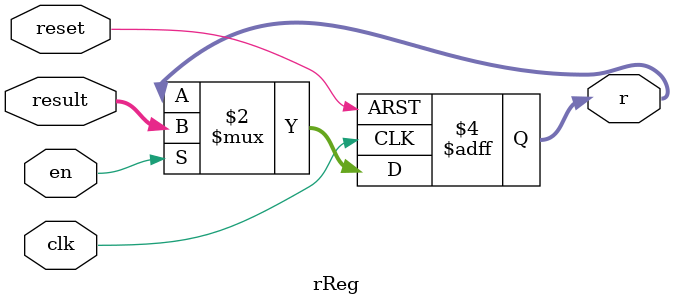
<source format=v>
module rReg (input [7:0] result, input clk, reset, en, output reg [7:0]  r);

	always@(posedge clk, posedge reset)
	begin
		if(reset)
			r <= 8'd0;
		else if(en)
			r <= result;
	end

endmodule
</source>
